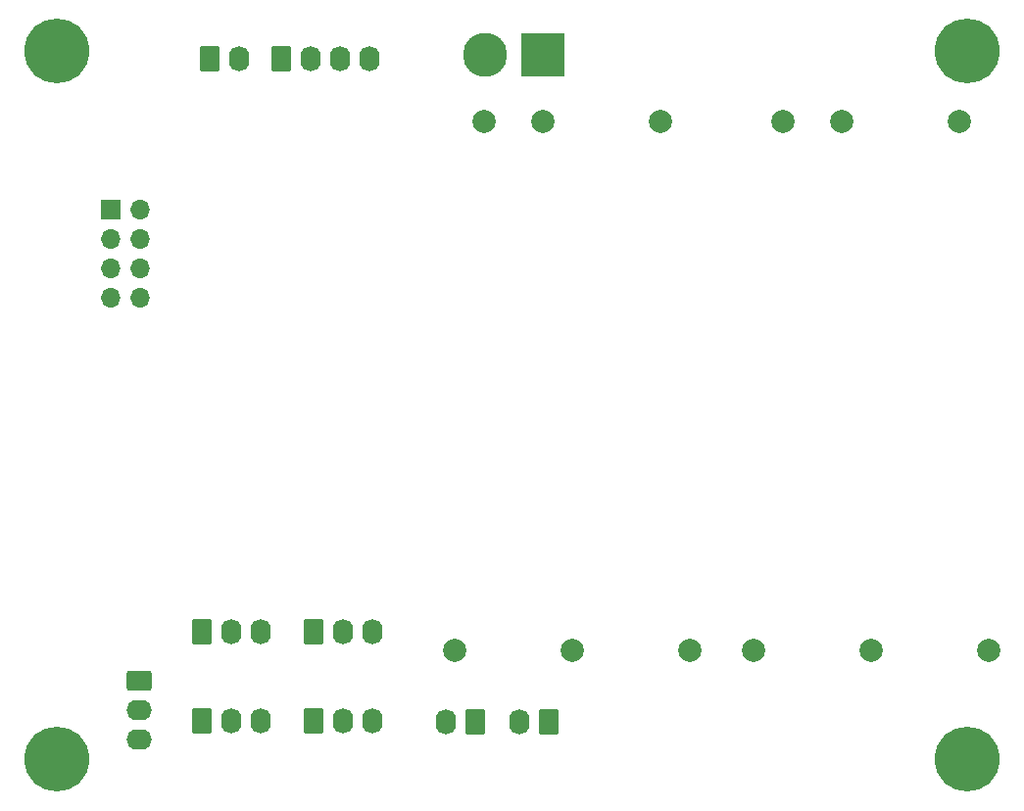
<source format=gbr>
%TF.GenerationSoftware,KiCad,Pcbnew,6.0.4-6f826c9f35~116~ubuntu20.04.1*%
%TF.CreationDate,2022-05-18T13:41:16+03:00*%
%TF.ProjectId,oskar_head_rev1,6f736b61-725f-4686-9561-645f72657631,rev?*%
%TF.SameCoordinates,Original*%
%TF.FileFunction,Soldermask,Bot*%
%TF.FilePolarity,Negative*%
%FSLAX46Y46*%
G04 Gerber Fmt 4.6, Leading zero omitted, Abs format (unit mm)*
G04 Created by KiCad (PCBNEW 6.0.4-6f826c9f35~116~ubuntu20.04.1) date 2022-05-18 13:41:16*
%MOMM*%
%LPD*%
G01*
G04 APERTURE LIST*
G04 Aperture macros list*
%AMRoundRect*
0 Rectangle with rounded corners*
0 $1 Rounding radius*
0 $2 $3 $4 $5 $6 $7 $8 $9 X,Y pos of 4 corners*
0 Add a 4 corners polygon primitive as box body*
4,1,4,$2,$3,$4,$5,$6,$7,$8,$9,$2,$3,0*
0 Add four circle primitives for the rounded corners*
1,1,$1+$1,$2,$3*
1,1,$1+$1,$4,$5*
1,1,$1+$1,$6,$7*
1,1,$1+$1,$8,$9*
0 Add four rect primitives between the rounded corners*
20,1,$1+$1,$2,$3,$4,$5,0*
20,1,$1+$1,$4,$5,$6,$7,0*
20,1,$1+$1,$6,$7,$8,$9,0*
20,1,$1+$1,$8,$9,$2,$3,0*%
G04 Aperture macros list end*
%ADD10RoundRect,0.250000X-0.845000X0.620000X-0.845000X-0.620000X0.845000X-0.620000X0.845000X0.620000X0*%
%ADD11O,2.190000X1.740000*%
%ADD12C,2.000000*%
%ADD13C,3.600000*%
%ADD14C,5.600000*%
%ADD15RoundRect,0.250000X-0.620000X-0.845000X0.620000X-0.845000X0.620000X0.845000X-0.620000X0.845000X0*%
%ADD16O,1.740000X2.190000*%
%ADD17RoundRect,0.250000X0.620000X0.845000X-0.620000X0.845000X-0.620000X-0.845000X0.620000X-0.845000X0*%
%ADD18R,1.700000X1.700000*%
%ADD19O,1.700000X1.700000*%
%ADD20R,3.800000X3.800000*%
%ADD21C,3.800000*%
G04 APERTURE END LIST*
D10*
%TO.C,J5*%
X121138000Y-105054400D03*
D11*
X121138000Y-107594400D03*
X121138000Y-110134400D03*
%TD*%
D12*
%TO.C,U3*%
X166217600Y-56743600D03*
X156057600Y-56743600D03*
X150977600Y-56743600D03*
X148437600Y-102463600D03*
X158597600Y-102463600D03*
X168757600Y-102463600D03*
%TD*%
D13*
%TO.C,H2*%
X114046000Y-50647600D03*
D14*
X114046000Y-50647600D03*
%TD*%
D15*
%TO.C,M1*%
X136270440Y-100807200D03*
D16*
X138810440Y-100807200D03*
X141350440Y-100807200D03*
%TD*%
D17*
%TO.C,J3*%
X156565600Y-108661200D03*
D16*
X154025600Y-108661200D03*
%TD*%
D15*
%TO.C,M3*%
X136270440Y-108559600D03*
D16*
X138810440Y-108559600D03*
X141350440Y-108559600D03*
%TD*%
D15*
%TO.C,J7*%
X127249290Y-51318250D03*
D16*
X129789290Y-51318250D03*
%TD*%
D17*
%TO.C,J4*%
X150215600Y-108661200D03*
D16*
X147675600Y-108661200D03*
%TD*%
D15*
%TO.C,M4*%
X126618440Y-100807200D03*
D16*
X129158440Y-100807200D03*
X131698440Y-100807200D03*
%TD*%
D14*
%TO.C,H4*%
X192684400Y-50647600D03*
D13*
X192684400Y-50647600D03*
%TD*%
D14*
%TO.C,H1*%
X114046000Y-111861600D03*
D13*
X114046000Y-111861600D03*
%TD*%
D15*
%TO.C,M2*%
X126567640Y-108559600D03*
D16*
X129107640Y-108559600D03*
X131647640Y-108559600D03*
%TD*%
D18*
%TO.C,J1*%
X118717945Y-64338450D03*
D19*
X121257945Y-64338450D03*
X118717945Y-66878450D03*
X121257945Y-66878450D03*
X118717945Y-69418450D03*
X121257945Y-69418450D03*
X118717945Y-71958450D03*
X121257945Y-71958450D03*
%TD*%
D14*
%TO.C,H3*%
X192684400Y-111861600D03*
D13*
X192684400Y-111861600D03*
%TD*%
D20*
%TO.C,J2*%
X156006800Y-50952400D03*
D21*
X151006800Y-50952400D03*
%TD*%
D15*
%TO.C,J6*%
X133476440Y-51308000D03*
D16*
X136016440Y-51308000D03*
X138556440Y-51308000D03*
X141096440Y-51308000D03*
%TD*%
D12*
%TO.C,U4*%
X192019200Y-56743600D03*
X181859200Y-56743600D03*
X176779200Y-56743600D03*
X174239200Y-102463600D03*
X184399200Y-102463600D03*
X194559200Y-102463600D03*
%TD*%
M02*

</source>
